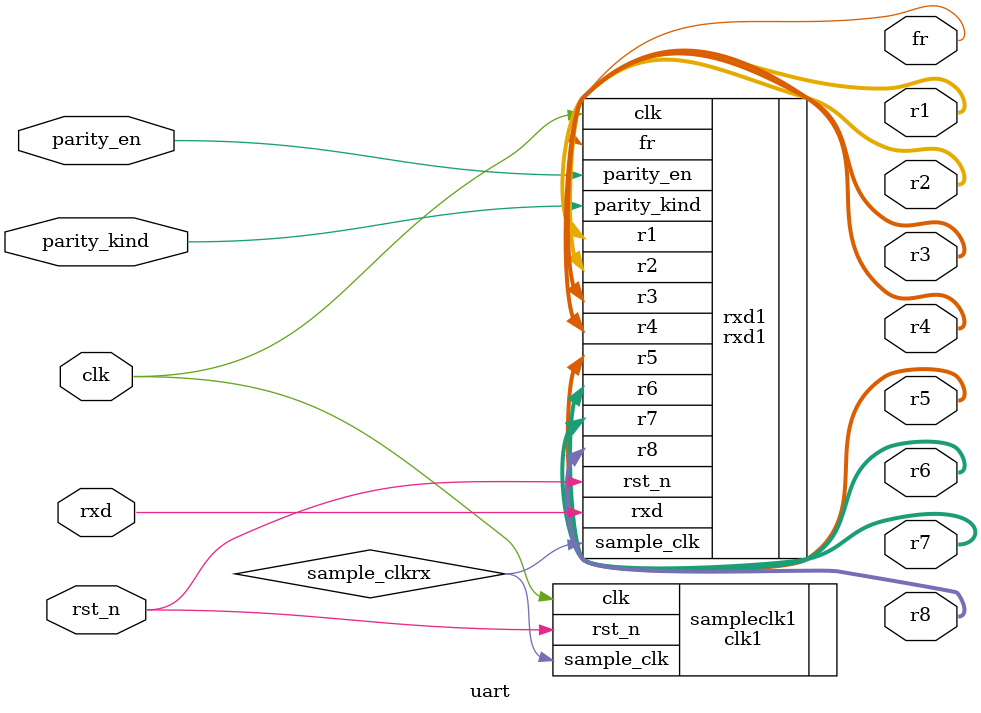
<source format=v>
`timescale 1ns / 1ps
module uart(
input clk,rst_n,
input parity_en,parity_kind,
input rxd,
output fr,
output  [7:0]r1,
output  [7:0]r2,
output  [7:0]r3,
output  [7:0]r4,
output  [7:0]r5,
output  [7:0]r6,
output  [7:0]r7,
output  [7:0]r8
);

wire sample_clkrx;

clk1    sampleclk1(
.clk(clk),
.rst_n(rst_n),
.sample_clk(sample_clkrx)
);     //²úÉú¹¤×÷Ê±ÖÓ£¬ÊÇ²¨ÌØÂÊµÄ°Ë±¶


rxd1   rxd1(
.sample_clk(sample_clkrx),
.clk(clk),
.fr(fr),
.rst_n(rst_n),
.parity_en(parity_en),
.parity_kind(parity_kind),
.rxd(rxd),
.r1(r1),
.r2(r2),
.r3(r3),
.r4(r4),
.r5(r5),
.r6(r6),
.r7(r7),
.r8(r8)
);  //½ÓÊÕÄ£¿é 

endmodule










</source>
